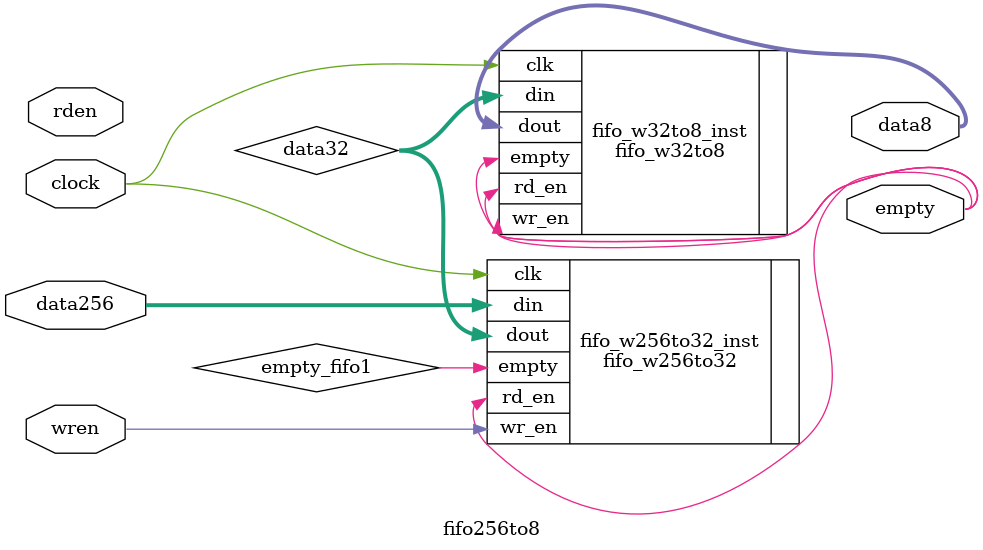
<source format=v>

module fifo256to8 (
           input clock,

           input[255:0] data256,
           input wren,
           output empty,
           input rden,
           output [7:0] data8
       );
/////////////////////////////////////////////
// parameter and signals
/////////////////////////////////////////////
// parameter

// regs or wires
wire[31:0] data32;
wire empty_fifo1;
/////////////////////////////////////////////
// main code
/////////////////////////////////////////////
fifo_w256to32 fifo_w256to32_inst (
                  .clk(clock),      // input wire clk
                  .din(data256),      // input wire [255 : 0] din
                  .wr_en(wren),  // input wire wr_en
                  .rd_en(empty),  // input wire rd_en
                  .dout(data32),    // output wire [31 : 0] dout
                  // .full(full),    // output wire full
                  .empty(empty_fifo1)  // output wire empty
              );

fifo_w32to8 fifo_w32to8_inst (
                .clk(clock),      // input wire clk
                .din(data32),      // input wire [31 : 0] din
                .wr_en(empty),  // input wire wr_en
                .rd_en(empty),  // input wire rd_en
                .dout(data8),    // output wire [7 : 0] dout
                // .full(full),    // output wire full
                .empty(empty)  // output wire empty
            );

/////////////////////////////////////////////
// code end
/////////////////////////////////////////////
endmodule

</source>
